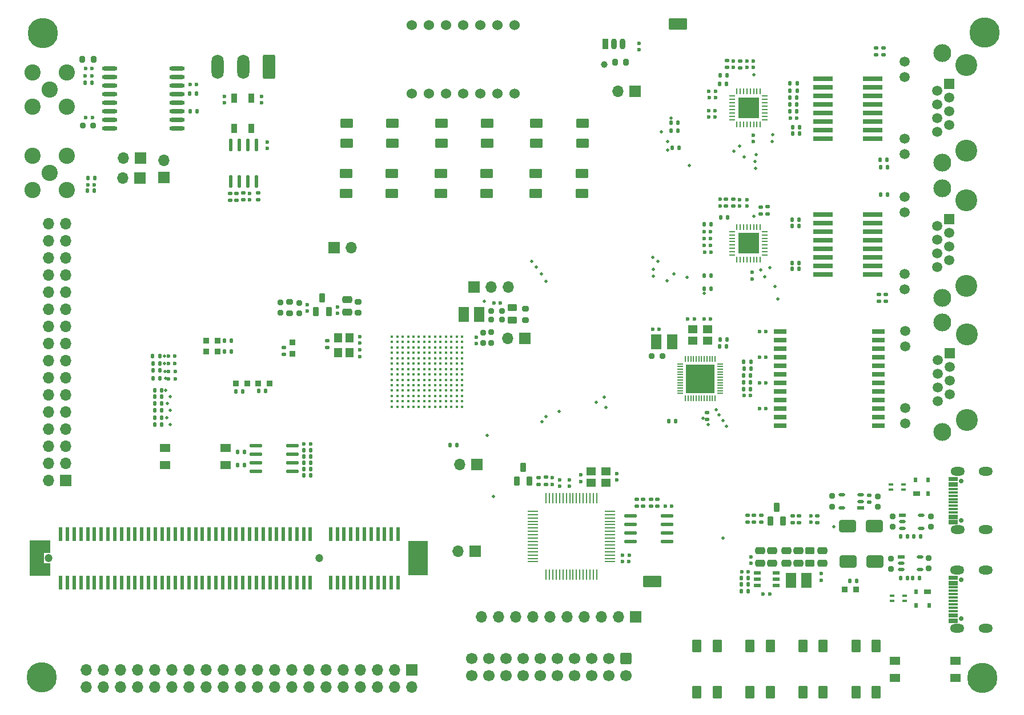
<source format=gbr>
G04 #@! TF.GenerationSoftware,KiCad,Pcbnew,7.0.9*
G04 #@! TF.CreationDate,2025-03-13T10:23:02+08:00*
G04 #@! TF.ProjectId,HPM5E00EVKRevC,48504d35-4530-4304-9556-4b526576432e,rev?*
G04 #@! TF.SameCoordinates,Original*
G04 #@! TF.FileFunction,Soldermask,Top*
G04 #@! TF.FilePolarity,Negative*
%FSLAX46Y46*%
G04 Gerber Fmt 4.6, Leading zero omitted, Abs format (unit mm)*
G04 Created by KiCad (PCBNEW 7.0.9) date 2025-03-13 10:23:02*
%MOMM*%
%LPD*%
G01*
G04 APERTURE LIST*
G04 Aperture macros list*
%AMRoundRect*
0 Rectangle with rounded corners*
0 $1 Rounding radius*
0 $2 $3 $4 $5 $6 $7 $8 $9 X,Y pos of 4 corners*
0 Add a 4 corners polygon primitive as box body*
4,1,4,$2,$3,$4,$5,$6,$7,$8,$9,$2,$3,0*
0 Add four circle primitives for the rounded corners*
1,1,$1+$1,$2,$3*
1,1,$1+$1,$4,$5*
1,1,$1+$1,$6,$7*
1,1,$1+$1,$8,$9*
0 Add four rect primitives between the rounded corners*
20,1,$1+$1,$2,$3,$4,$5,0*
20,1,$1+$1,$4,$5,$6,$7,0*
20,1,$1+$1,$6,$7,$8,$9,0*
20,1,$1+$1,$8,$9,$2,$3,0*%
%AMFreePoly0*
4,1,21,1.542426,2.642426,1.560000,2.600000,1.560000,-2.600000,1.542426,-2.642426,1.500000,-2.660000,-1.500000,-2.660000,-1.542426,-2.642426,-1.560000,-2.600000,-1.560000,-0.800000,-1.542426,-0.757574,-1.500000,-0.740000,-0.560000,-0.740000,-0.560000,0.740000,-1.500000,0.740000,-1.542426,0.757574,-1.560000,0.800000,-1.560000,2.600000,-1.542426,2.642426,-1.500000,2.660000,1.500000,2.660000,
1.542426,2.642426,1.542426,2.642426,$1*%
G04 Aperture macros list end*
%ADD10C,0.500000*%
%ADD11C,0.600000*%
%ADD12RoundRect,0.135000X-0.185000X0.135000X-0.185000X-0.135000X0.185000X-0.135000X0.185000X0.135000X0*%
%ADD13RoundRect,0.135000X-0.135000X-0.185000X0.135000X-0.185000X0.135000X0.185000X-0.135000X0.185000X0*%
%ADD14R,0.750000X0.400000*%
%ADD15RoundRect,0.200000X0.275000X-0.200000X0.275000X0.200000X-0.275000X0.200000X-0.275000X-0.200000X0*%
%ADD16R,2.921000X0.762000*%
%ADD17C,1.200000*%
%ADD18R,3.000000X5.200000*%
%ADD19FreePoly0,180.000000*%
%ADD20R,0.550000X2.000000*%
%ADD21R,1.700000X1.700000*%
%ADD22O,1.700000X1.700000*%
%ADD23R,1.400000X1.200000*%
%ADD24RoundRect,0.250000X0.475000X-0.250000X0.475000X0.250000X-0.475000X0.250000X-0.475000X-0.250000X0*%
%ADD25RoundRect,0.050800X0.750550X-0.549900X0.750550X0.549900X-0.750550X0.549900X-0.750550X-0.549900X0*%
%ADD26R,1.016000X0.508000*%
%ADD27O,1.016000X0.508000*%
%ADD28C,2.401600*%
%ADD29RoundRect,0.135000X0.185000X-0.135000X0.185000X0.135000X-0.185000X0.135000X-0.185000X-0.135000X0*%
%ADD30RoundRect,0.135000X0.135000X0.185000X-0.135000X0.185000X-0.135000X-0.185000X0.135000X-0.185000X0*%
%ADD31RoundRect,0.050800X-0.599450X0.849650X-0.599450X-0.849650X0.599450X-0.849650X0.599450X0.849650X0*%
%ADD32RoundRect,0.050800X-0.750550X0.549900X-0.750550X-0.549900X0.750550X-0.549900X0.750550X0.549900X0*%
%ADD33C,4.500000*%
%ADD34C,0.950000*%
%ADD35C,0.700000*%
%ADD36O,2.101600X1.301600*%
%ADD37RoundRect,0.050000X0.650000X-0.150000X0.650000X0.150000X-0.650000X0.150000X-0.650000X-0.150000X0*%
%ADD38C,3.250000*%
%ADD39C,2.642000*%
%ADD40R,1.499000X1.499000*%
%ADD41C,1.499000*%
%ADD42C,1.000000*%
%ADD43RoundRect,0.050800X-0.400050X0.400050X-0.400050X-0.400050X0.400050X-0.400050X0.400050X0.400050X0*%
%ADD44RoundRect,0.250000X-1.000000X-0.650000X1.000000X-0.650000X1.000000X0.650000X-1.000000X0.650000X0*%
%ADD45R,1.000000X0.550000*%
%ADD46R,0.250000X1.500000*%
%ADD47R,1.500000X0.250000*%
%ADD48RoundRect,0.050000X-0.375000X-0.050000X0.375000X-0.050000X0.375000X0.050000X-0.375000X0.050000X0*%
%ADD49RoundRect,0.050000X-0.050000X-0.375000X0.050000X-0.375000X0.050000X0.375000X-0.050000X0.375000X0*%
%ADD50R,4.191000X4.191000*%
%ADD51RoundRect,0.250000X-0.475000X0.250000X-0.475000X-0.250000X0.475000X-0.250000X0.475000X0.250000X0*%
%ADD52RoundRect,0.050800X-0.849650X-0.599450X0.849650X-0.599450X0.849650X0.599450X-0.849650X0.599450X0*%
%ADD53RoundRect,0.250000X-0.450000X0.262500X-0.450000X-0.262500X0.450000X-0.262500X0.450000X0.262500X0*%
%ADD54C,0.400000*%
%ADD55R,1.635000X2.160000*%
%ADD56O,1.950000X0.568000*%
%ADD57C,1.524000*%
%ADD58RoundRect,0.050800X0.400050X-0.400050X0.400050X0.400050X-0.400050X0.400050X-0.400050X-0.400050X0*%
%ADD59O,0.568000X1.950000*%
%ADD60RoundRect,0.200000X-0.200000X-0.275000X0.200000X-0.275000X0.200000X0.275000X-0.200000X0.275000X0*%
%ADD61RoundRect,0.250000X-0.600000X0.600000X-0.600000X-0.600000X0.600000X-0.600000X0.600000X0.600000X0*%
%ADD62C,1.700000*%
%ADD63R,1.200000X1.400000*%
%ADD64R,1.905000X0.759968*%
%ADD65RoundRect,0.062500X-0.375000X-0.062500X0.375000X-0.062500X0.375000X0.062500X-0.375000X0.062500X0*%
%ADD66RoundRect,0.062500X-0.062500X-0.375000X0.062500X-0.375000X0.062500X0.375000X-0.062500X0.375000X0*%
%ADD67R,3.100000X3.100000*%
%ADD68RoundRect,0.050800X-0.350000X0.625000X-0.350000X-0.625000X0.350000X-0.625000X0.350000X0.625000X0*%
%ADD69RoundRect,0.050800X0.400050X0.400050X-0.400050X0.400050X-0.400050X-0.400050X0.400050X-0.400050X0*%
%ADD70RoundRect,0.050800X-1.300500X-0.800100X1.300500X-0.800100X1.300500X0.800100X-1.300500X0.800100X0*%
%ADD71R,1.000000X0.700000*%
%ADD72R,0.600000X0.700000*%
%ADD73R,0.900000X1.400000*%
%ADD74O,2.300000X0.600000*%
%ADD75RoundRect,0.250000X0.650000X1.550000X-0.650000X1.550000X-0.650000X-1.550000X0.650000X-1.550000X0*%
%ADD76O,1.800000X3.600000*%
%ADD77R,0.900000X1.600000*%
%ADD78O,0.900000X1.600000*%
G04 APERTURE END LIST*
D10*
X173530000Y-73490000D03*
X179040000Y-112190000D03*
D11*
X176740000Y-85330000D03*
X175780000Y-85330000D03*
D12*
X183100000Y-125420000D03*
X183100000Y-126440000D03*
D10*
X184770000Y-90020000D03*
D13*
X181610000Y-106690000D03*
X182630000Y-106690000D03*
X84410000Y-75350000D03*
X85430000Y-75350000D03*
D11*
X96350000Y-101823334D03*
X97310000Y-101823334D03*
D14*
X205460000Y-138120000D03*
X203610000Y-138120000D03*
X203610000Y-137320000D03*
X205460000Y-137320000D03*
D15*
X124450000Y-95380000D03*
X124450000Y-93730000D03*
D11*
X182090000Y-79540000D03*
X182090000Y-78580000D03*
D10*
X180140000Y-71420000D03*
D16*
X193418600Y-80755380D03*
X193418600Y-82025380D03*
X193418600Y-83295380D03*
X193418600Y-84565380D03*
X193418600Y-85835380D03*
X193418600Y-87105380D03*
X193418600Y-88375380D03*
X193418600Y-89645380D03*
X200733800Y-89645380D03*
X200733800Y-88375380D03*
X200733800Y-87105380D03*
X200733800Y-85835380D03*
X200733800Y-84565380D03*
X200733800Y-83295380D03*
X200733800Y-82025380D03*
X200733800Y-80755380D03*
D17*
X118733000Y-131792600D03*
X78583000Y-131792600D03*
D18*
X133383000Y-131792600D03*
D19*
X77283000Y-131792600D03*
D20*
X130383000Y-135392600D03*
X129383000Y-135392600D03*
X128383000Y-135392600D03*
X127383000Y-135392600D03*
X126383000Y-135392600D03*
X125383000Y-135392600D03*
X124383000Y-135392600D03*
X123383000Y-135392600D03*
X122383000Y-135392600D03*
X121383000Y-135392600D03*
X120383000Y-135392600D03*
X117383000Y-135392600D03*
X116383000Y-135392600D03*
X115383000Y-135392600D03*
X114383000Y-135392600D03*
X113383000Y-135392600D03*
X112383000Y-135392600D03*
X111383000Y-135392600D03*
X110383000Y-135392600D03*
X109383000Y-135392600D03*
X108383000Y-135392600D03*
X107383000Y-135392600D03*
X106383000Y-135392600D03*
X105383000Y-135392600D03*
X104383000Y-135392600D03*
X103383000Y-135392600D03*
X102383000Y-135392600D03*
X101383000Y-135392600D03*
X100383000Y-135392600D03*
X99383000Y-135392600D03*
X98383000Y-135392600D03*
X97383000Y-135392600D03*
X96383000Y-135392600D03*
X95383000Y-135392600D03*
X94383000Y-135392600D03*
X93383000Y-135392600D03*
X92383000Y-135392600D03*
X91383000Y-135392600D03*
X90383000Y-135392600D03*
X89383000Y-135392600D03*
X88383000Y-135392600D03*
X87383000Y-135392600D03*
X86383000Y-135392600D03*
X85383000Y-135392600D03*
X84383000Y-135392600D03*
X83383000Y-135392600D03*
X82383000Y-135392600D03*
X81383000Y-135392600D03*
X80383000Y-135392600D03*
X130383000Y-128192600D03*
X129383000Y-128192600D03*
X128383000Y-128192600D03*
X127383000Y-128192600D03*
X126383000Y-128192600D03*
X125383000Y-128192600D03*
X124383000Y-128192600D03*
X123383000Y-128192600D03*
X122383000Y-128192600D03*
X121383000Y-128192600D03*
X120383000Y-128192600D03*
X117383000Y-128192600D03*
X116383000Y-128192600D03*
X115383000Y-128192600D03*
X114383000Y-128192600D03*
X113383000Y-128192600D03*
X112383000Y-128192600D03*
X111383000Y-128192600D03*
X110383000Y-128192600D03*
X109383000Y-128192600D03*
X108383000Y-128192600D03*
X107383000Y-128192600D03*
X106383000Y-128192600D03*
X105383000Y-128192600D03*
X104383000Y-128192600D03*
X103383000Y-128192600D03*
X102383000Y-128192600D03*
X101383000Y-128192600D03*
X100383000Y-128192600D03*
X99383000Y-128192600D03*
X98383000Y-128192600D03*
X97383000Y-128192600D03*
X96383000Y-128192600D03*
X95383000Y-128192600D03*
X94383000Y-128192600D03*
X93383000Y-128192600D03*
X92383000Y-128192600D03*
X91383000Y-128192600D03*
X90383000Y-128192600D03*
X89383000Y-128192600D03*
X88383000Y-128192600D03*
X87383000Y-128192600D03*
X86383000Y-128192600D03*
X85383000Y-128192600D03*
X84383000Y-128192600D03*
X83383000Y-128192600D03*
X82383000Y-128192600D03*
X81383000Y-128192600D03*
X80383000Y-128192600D03*
D13*
X116430000Y-119490000D03*
X117450000Y-119490000D03*
D21*
X149150000Y-99190000D03*
D22*
X146610000Y-99190000D03*
D11*
X144580000Y-93960000D03*
X145540000Y-93960000D03*
X182094200Y-58984800D03*
X182094200Y-58024800D03*
X155800000Y-121130000D03*
X155800000Y-120170000D03*
X174304728Y-96271600D03*
X173344728Y-96271600D03*
D23*
X174063167Y-99480923D03*
X176263167Y-99480923D03*
X176263167Y-97780923D03*
X174063167Y-97780923D03*
D11*
X178104000Y-79500000D03*
X178104000Y-78540000D03*
D13*
X178090000Y-100380000D03*
X179110000Y-100380000D03*
D24*
X185812000Y-132540000D03*
X185812000Y-130640000D03*
D13*
X188510000Y-61310000D03*
X189530000Y-61310000D03*
D10*
X185810000Y-69990000D03*
D25*
X213007100Y-149540400D03*
X213007100Y-147000400D03*
X204005300Y-147000400D03*
X204005300Y-149540400D03*
D11*
X182860000Y-89360000D03*
X182860000Y-90320000D03*
D26*
X198928900Y-124300010D03*
D27*
X198928900Y-123350000D03*
X198928900Y-122400014D03*
X196134900Y-122400014D03*
X196134900Y-124300010D03*
D11*
X121400000Y-95455000D03*
X121400000Y-94495000D03*
D13*
X84020000Y-61270000D03*
X85040000Y-61270000D03*
D28*
X76190000Y-77150000D03*
X76190000Y-72070000D03*
X81270000Y-72070000D03*
X81270000Y-77150000D03*
X78730000Y-74610000D03*
D13*
X181640000Y-104690000D03*
X182660000Y-104690000D03*
D10*
X183114000Y-81040000D03*
D29*
X105496668Y-78656666D03*
X105496668Y-77636666D03*
D30*
X205950000Y-128505000D03*
X204930000Y-128505000D03*
D31*
X174701100Y-144818500D03*
X174701100Y-151620700D03*
X177703300Y-151620700D03*
X177703300Y-144818500D03*
D30*
X182670000Y-102670000D03*
X181650000Y-102670000D03*
D10*
X180990000Y-70600000D03*
D30*
X189494000Y-65476666D03*
X188474000Y-65476666D03*
D29*
X152300000Y-120800000D03*
X152300000Y-119780000D03*
D12*
X168833250Y-123010000D03*
X168833250Y-124030000D03*
D13*
X175730000Y-89880000D03*
X176750000Y-89880000D03*
D11*
X154350000Y-121120000D03*
X154350000Y-120160000D03*
X177380000Y-65360000D03*
X176420000Y-65360000D03*
D10*
X169420000Y-68500000D03*
D11*
X116440000Y-114790000D03*
X117400000Y-114790000D03*
X177394000Y-66290000D03*
X176434000Y-66290000D03*
D29*
X151180000Y-120840000D03*
X151180000Y-119820000D03*
D32*
X95834100Y-115395000D03*
X95834100Y-117935000D03*
X104835900Y-117935000D03*
X104835900Y-115395000D03*
D10*
X184110000Y-89030000D03*
X177990000Y-110480000D03*
D11*
X176780000Y-86370000D03*
X175820000Y-86370000D03*
X176720000Y-83310000D03*
X175760000Y-83310000D03*
X163690000Y-131330000D03*
X164650000Y-131330000D03*
D12*
X166680000Y-123010000D03*
X166680000Y-124030000D03*
D33*
X217038200Y-149567000D03*
D29*
X182170000Y-126440000D03*
X182170000Y-125420000D03*
D26*
X205135200Y-125428400D03*
D27*
X205135200Y-126378410D03*
X205135200Y-127328396D03*
X207929200Y-127328396D03*
X207929200Y-125428400D03*
D13*
X116430000Y-115730000D03*
X117450000Y-115730000D03*
D24*
X188002000Y-132540000D03*
X188002000Y-130640000D03*
D10*
X151710000Y-111500000D03*
D31*
X198248024Y-144818500D03*
X198248024Y-151620700D03*
X201250224Y-151620700D03*
X201250224Y-144818500D03*
D10*
X96150000Y-108840000D03*
D13*
X94030000Y-102880000D03*
X95050000Y-102880000D03*
D10*
X186660000Y-93310000D03*
D29*
X189800000Y-126490000D03*
X189800000Y-125470000D03*
D34*
X209340000Y-125580000D03*
X209340000Y-127130000D03*
D10*
X176380000Y-111970000D03*
D35*
X213854550Y-126140700D03*
X213854550Y-120360700D03*
D36*
X213324550Y-127571000D03*
X213324650Y-118930800D03*
X217504550Y-127570900D03*
X217504650Y-118930700D03*
D37*
X212674450Y-126600700D03*
X212674450Y-125800600D03*
X212674450Y-124500600D03*
X212674450Y-123500600D03*
X212674450Y-123000800D03*
X212674450Y-122001000D03*
X212674650Y-120700500D03*
X212674450Y-119900700D03*
X212674450Y-120200700D03*
X212674650Y-121000800D03*
X212674450Y-121500600D03*
X212674450Y-122500600D03*
X212674450Y-124000800D03*
X212674450Y-125000800D03*
X212674450Y-125500600D03*
X212674450Y-126300700D03*
D33*
X77744600Y-53859800D03*
D10*
X159750000Y-108640000D03*
X168200000Y-88960000D03*
D34*
X203482299Y-131824699D03*
X203482299Y-133374699D03*
D38*
X214653000Y-91405600D03*
X214653000Y-78705600D03*
D39*
X211093000Y-93185600D03*
X211093000Y-76925600D03*
D40*
X212113000Y-81499600D03*
D41*
X210333000Y-82515600D03*
X212113000Y-83531600D03*
X210333000Y-84547600D03*
X212113000Y-85563600D03*
X210333000Y-86579600D03*
X212113000Y-87595600D03*
X210333000Y-88611600D03*
X205515000Y-89624600D03*
X205515000Y-91916600D03*
X205515000Y-78194600D03*
X205515000Y-80486600D03*
D42*
X160970000Y-58560000D03*
D43*
X101969100Y-101107775D03*
X103670900Y-101107775D03*
D11*
X181680000Y-107660000D03*
X182640000Y-107660000D03*
D10*
X186250000Y-91430000D03*
D44*
X197080000Y-132310000D03*
X201080000Y-132310000D03*
D11*
X184908628Y-101954000D03*
X183948628Y-101954000D03*
D29*
X192530000Y-126480000D03*
X192530000Y-125460000D03*
D30*
X95040000Y-101810000D03*
X94020000Y-101810000D03*
D10*
X160920000Y-107920000D03*
D31*
X190399048Y-144818500D03*
X190399048Y-151620700D03*
X193401248Y-151620700D03*
X193401248Y-144818500D03*
D45*
X186472000Y-135826000D03*
X186472000Y-134876000D03*
X186472000Y-133926000D03*
X183672000Y-133926000D03*
X183672000Y-134876000D03*
X183672000Y-135826000D03*
D33*
X77592200Y-149440000D03*
D46*
X159830500Y-122856700D03*
X159330501Y-122856700D03*
X158830500Y-122856700D03*
X158330501Y-122856700D03*
X157830499Y-122856700D03*
X157330500Y-122856700D03*
X156830501Y-122856700D03*
X156330500Y-122856700D03*
X155830501Y-122856700D03*
X155330499Y-122856700D03*
X154830500Y-122856700D03*
X154330501Y-122856700D03*
X153830499Y-122856700D03*
X153330500Y-122856700D03*
X152830499Y-122856700D03*
X152330500Y-122856700D03*
D47*
X150380501Y-124806698D03*
X150380501Y-125306697D03*
X150380501Y-125806699D03*
X150380501Y-126306698D03*
X150380501Y-126806700D03*
X150380501Y-127306699D03*
X150380501Y-127806698D03*
X150380501Y-128306699D03*
X150380501Y-128806698D03*
X150380501Y-129306700D03*
X150380501Y-129806699D03*
X150380501Y-130306698D03*
X150380501Y-130806699D03*
X150380501Y-131306698D03*
X150380501Y-131806700D03*
X150380501Y-132306699D03*
D46*
X152330500Y-134256697D03*
X152830499Y-134256697D03*
X153330500Y-134256697D03*
X153830499Y-134256697D03*
X154330501Y-134256697D03*
X154830500Y-134256697D03*
X155330499Y-134256697D03*
X155830501Y-134256697D03*
X156330500Y-134256697D03*
X156830501Y-134256697D03*
X157330500Y-134256697D03*
X157830499Y-134256697D03*
X158330501Y-134256697D03*
X158830500Y-134256697D03*
X159330501Y-134256697D03*
X159830500Y-134256697D03*
D47*
X161780499Y-132306699D03*
X161780499Y-131806700D03*
X161780499Y-131306698D03*
X161780499Y-130806699D03*
X161780499Y-130306698D03*
X161780499Y-129806699D03*
X161780499Y-129306700D03*
X161780499Y-128806698D03*
X161780499Y-128306699D03*
X161780499Y-127806698D03*
X161780499Y-127306699D03*
X161780499Y-126806700D03*
X161780499Y-126306698D03*
X161780499Y-125806699D03*
X161780499Y-125306697D03*
X161780499Y-124806698D03*
D10*
X95910000Y-105130000D03*
X143170000Y-93690000D03*
X177510000Y-109760000D03*
D24*
X184042000Y-132540000D03*
X184042000Y-130640000D03*
D13*
X178190000Y-81190000D03*
X179210000Y-81190000D03*
X99460000Y-62885000D03*
X100480000Y-62885000D03*
D10*
X95800000Y-102900000D03*
D48*
X172228528Y-102936423D03*
X172228528Y-103336423D03*
X172228528Y-103736423D03*
X172228528Y-104136423D03*
X172228528Y-104536423D03*
X172228528Y-104936423D03*
X172228528Y-105336423D03*
X172228528Y-105736423D03*
X172228528Y-106136423D03*
X172228528Y-106536423D03*
X172228528Y-106936423D03*
X172228528Y-107336423D03*
D49*
X172978528Y-108086423D03*
X173378528Y-108086423D03*
X173778528Y-108086423D03*
X174178528Y-108086423D03*
X174578528Y-108086423D03*
X174978528Y-108086423D03*
X175378528Y-108086423D03*
X175778528Y-108086423D03*
X176178528Y-108086423D03*
X176578528Y-108086423D03*
X176978528Y-108086423D03*
X177378528Y-108086423D03*
D48*
X178128528Y-107336423D03*
X178128528Y-106936423D03*
X178128528Y-106536423D03*
X178128528Y-106136423D03*
X178128528Y-105736423D03*
X178128528Y-105336423D03*
X178128528Y-104936423D03*
X178128528Y-104536423D03*
X178128528Y-104136423D03*
X178128528Y-103736423D03*
X178128528Y-103336423D03*
X178128528Y-102936423D03*
D49*
X177378528Y-102186423D03*
X176978528Y-102186423D03*
X176578528Y-102186423D03*
X176178528Y-102186423D03*
X175778528Y-102186423D03*
X175378528Y-102186423D03*
X174978528Y-102186423D03*
X174578528Y-102186423D03*
X174178528Y-102186423D03*
X173778528Y-102186423D03*
X173378528Y-102186423D03*
X172978528Y-102186423D03*
D50*
X175178528Y-105136423D03*
D51*
X193252000Y-130640000D03*
X193252000Y-132540000D03*
D13*
X178124000Y-60110000D03*
X179144000Y-60110000D03*
D10*
X183164000Y-60090000D03*
D12*
X181070000Y-57980000D03*
X181070000Y-59000000D03*
D11*
X108380000Y-78600000D03*
X108380000Y-77640000D03*
X157470000Y-120400000D03*
X157470000Y-119440000D03*
D10*
X183460000Y-71930000D03*
D13*
X171024000Y-70910000D03*
X172044000Y-70910000D03*
X188794580Y-88829420D03*
X189814580Y-88829420D03*
D30*
X205882299Y-134689699D03*
X204862299Y-134689699D03*
D52*
X136833350Y-70251100D03*
X143635550Y-70251100D03*
X143635550Y-67248900D03*
X136833350Y-67248900D03*
D21*
X92140000Y-75340000D03*
D22*
X89600000Y-75340000D03*
D53*
X191472000Y-130697500D03*
X191472000Y-132522500D03*
D13*
X94290000Y-110918800D03*
X95310000Y-110918800D03*
D54*
X139870000Y-109310000D03*
X139070000Y-109310000D03*
X138270000Y-109310000D03*
X137470000Y-109310000D03*
X136670000Y-109310000D03*
X135870000Y-109310000D03*
X135070000Y-109310000D03*
X134270000Y-109310000D03*
X133470000Y-109310000D03*
X132670000Y-109310000D03*
X131870000Y-109310000D03*
X131070000Y-109310000D03*
X130270000Y-109310000D03*
X129470000Y-109310000D03*
X139870000Y-108510000D03*
X139070000Y-108510000D03*
X138270000Y-108510000D03*
X137470000Y-108510000D03*
X136670000Y-108510000D03*
X135870000Y-108510000D03*
X135070000Y-108510000D03*
X134270000Y-108510000D03*
X133470000Y-108510000D03*
X132670000Y-108510000D03*
X131870000Y-108510000D03*
X131070000Y-108510000D03*
X130270000Y-108510000D03*
X129470000Y-108510000D03*
X139870000Y-107710000D03*
X139070000Y-107710000D03*
X138270000Y-107710000D03*
X137470000Y-107710000D03*
X136670000Y-107710000D03*
X135870000Y-107710000D03*
X135070000Y-107710000D03*
X134270000Y-107710000D03*
X133470000Y-107710000D03*
X132670000Y-107710000D03*
X131870000Y-107710000D03*
X131070000Y-107710000D03*
X130270000Y-107710000D03*
X129470000Y-107710000D03*
X139870000Y-106910000D03*
X139070000Y-106910000D03*
X138270000Y-106910000D03*
X137470000Y-106910000D03*
X136670000Y-106910000D03*
X135870000Y-106910000D03*
X135070000Y-106910000D03*
X134270000Y-106910000D03*
X133470000Y-106910000D03*
X132670000Y-106910000D03*
X131870000Y-106910000D03*
X131070000Y-106910000D03*
X130270000Y-106910000D03*
X129470000Y-106910000D03*
X139870000Y-106110000D03*
X139070000Y-106110000D03*
X138270000Y-106110000D03*
X137470000Y-106110000D03*
X136670000Y-106110000D03*
X135870000Y-106110000D03*
X135070000Y-106110000D03*
X134270000Y-106110000D03*
X133470000Y-106110000D03*
X132670000Y-106110000D03*
X131870000Y-106110000D03*
X131070000Y-106110000D03*
X130270000Y-106110000D03*
X129470000Y-106110000D03*
X139870000Y-105310000D03*
X139070000Y-105310000D03*
X138270000Y-105310000D03*
X137470000Y-105310000D03*
X136670000Y-105310000D03*
X135870000Y-105310000D03*
X135070000Y-105310000D03*
X134270000Y-105310000D03*
X133470000Y-105310000D03*
X132670000Y-105310000D03*
X131870000Y-105310000D03*
X131070000Y-105310000D03*
X130270000Y-105310000D03*
X129470000Y-105310000D03*
X139870000Y-104510000D03*
X139070000Y-104510000D03*
X138270000Y-104510000D03*
X137470000Y-104510000D03*
X136670000Y-104510000D03*
X135870000Y-104510000D03*
X135070000Y-104510000D03*
X134270000Y-104510000D03*
X133470000Y-104510000D03*
X132670000Y-104510000D03*
X131870000Y-104510000D03*
X131070000Y-104510000D03*
X130270000Y-104510000D03*
X129470000Y-104510000D03*
X139870000Y-103710000D03*
X139070000Y-103710000D03*
X138270000Y-103710000D03*
X137470000Y-103710000D03*
X136670000Y-103710000D03*
X135870000Y-103710000D03*
X135070000Y-103710000D03*
X134270000Y-103710000D03*
X133470000Y-103710000D03*
X132670000Y-103710000D03*
X131870000Y-103710000D03*
X131070000Y-103710000D03*
X130270000Y-103710000D03*
X129470000Y-103710000D03*
X139870000Y-102910000D03*
X139070000Y-102910000D03*
X138270000Y-102910000D03*
X137470000Y-102910000D03*
X136670000Y-102910000D03*
X135870000Y-102910000D03*
X135070000Y-102910000D03*
X134270000Y-102910000D03*
X133470000Y-102910000D03*
X132670000Y-102910000D03*
X131870000Y-102910000D03*
X131070000Y-102910000D03*
X130270000Y-102910000D03*
X129470000Y-102910000D03*
X139870000Y-102110000D03*
X139070000Y-102110000D03*
X138270000Y-102110000D03*
X137470000Y-102110000D03*
X136670000Y-102110000D03*
X135870000Y-102110000D03*
X135070000Y-102110000D03*
X134270000Y-102110000D03*
X133470000Y-102110000D03*
X132670000Y-102110000D03*
X131870000Y-102110000D03*
X131070000Y-102110000D03*
X130270000Y-102110000D03*
X129470000Y-102110000D03*
X139870000Y-101310000D03*
X139070000Y-101310000D03*
X138270000Y-101310000D03*
X137470000Y-101310000D03*
X136670000Y-101310000D03*
X135870000Y-101310000D03*
X135070000Y-101310000D03*
X134270000Y-101310000D03*
X133470000Y-101310000D03*
X132670000Y-101310000D03*
X131870000Y-101310000D03*
X131070000Y-101310000D03*
X130270000Y-101310000D03*
X129470000Y-101310000D03*
X139870000Y-100510000D03*
X139070000Y-100510000D03*
X138270000Y-100510000D03*
X137470000Y-100510000D03*
X136670000Y-100510000D03*
X135870000Y-100510000D03*
X135070000Y-100510000D03*
X134270000Y-100510000D03*
X133470000Y-100510000D03*
X132670000Y-100510000D03*
X131870000Y-100510000D03*
X131070000Y-100510000D03*
X130270000Y-100510000D03*
X129470000Y-100510000D03*
X139870000Y-99710000D03*
X139070000Y-99710000D03*
X138270000Y-99710000D03*
X137470000Y-99710000D03*
X136670000Y-99710000D03*
X135870000Y-99710000D03*
X135070000Y-99710000D03*
X134270000Y-99710000D03*
X133470000Y-99710000D03*
X132670000Y-99710000D03*
X131870000Y-99710000D03*
X131070000Y-99710000D03*
X130270000Y-99710000D03*
X129470000Y-99710000D03*
X139870000Y-98910000D03*
X139070000Y-98910000D03*
X138270000Y-98910000D03*
X137470000Y-98910000D03*
X136670000Y-98910000D03*
X135870000Y-98910000D03*
X135070000Y-98910000D03*
X134270000Y-98910000D03*
X133470000Y-98910000D03*
X132670000Y-98910000D03*
X131870000Y-98910000D03*
X131070000Y-98910000D03*
X130270000Y-98910000D03*
X129470000Y-98910000D03*
D34*
X144215000Y-96350000D03*
X145765000Y-96350000D03*
D11*
X104620000Y-63275000D03*
X104620000Y-64235000D03*
D55*
X171008000Y-99640000D03*
X168672000Y-99640000D03*
D13*
X94298000Y-108820000D03*
X95318000Y-108820000D03*
D52*
X150907800Y-70251100D03*
X157710000Y-70251100D03*
X157710000Y-67248900D03*
X150907800Y-67248900D03*
D11*
X180110000Y-58950000D03*
X180110000Y-57990000D03*
D10*
X175810000Y-92500000D03*
X183350000Y-73920000D03*
D11*
X85075000Y-66420000D03*
X84115000Y-66420000D03*
D29*
X113430000Y-101520000D03*
X113430000Y-100500000D03*
D30*
X85350000Y-77280000D03*
X84330000Y-77280000D03*
D29*
X179130000Y-58980000D03*
X179130000Y-57960000D03*
D13*
X188794000Y-81560000D03*
X189814000Y-81560000D03*
D29*
X109630000Y-78630000D03*
X109630000Y-77610000D03*
D34*
X144200000Y-99825000D03*
X144200000Y-98275000D03*
D12*
X165743250Y-123020000D03*
X165743250Y-124040000D03*
D30*
X202890000Y-72700000D03*
X201870000Y-72700000D03*
D10*
X168180000Y-87110000D03*
D15*
X114270000Y-95440000D03*
X114270000Y-93790000D03*
D34*
X143000000Y-99855000D03*
X143000000Y-98305000D03*
D56*
X109290000Y-115070000D03*
X109290000Y-116340000D03*
X109290000Y-117610000D03*
X109290000Y-118880000D03*
X114700000Y-118880000D03*
X114700000Y-117610000D03*
X114700000Y-116340000D03*
X114700000Y-115070000D03*
D12*
X201650000Y-92630000D03*
X201650000Y-93650000D03*
D11*
X110960000Y-70960000D03*
X110960000Y-70000000D03*
D21*
X92165000Y-72440000D03*
D22*
X89625000Y-72440000D03*
D57*
X132450000Y-62840000D03*
X134990000Y-62840000D03*
X137530000Y-62840000D03*
X140070000Y-62840000D03*
X142610000Y-62840000D03*
X145150000Y-62840000D03*
X147690000Y-62840000D03*
X147690000Y-52680000D03*
X145150000Y-52680000D03*
X142610000Y-52680000D03*
X140070000Y-52680000D03*
X137530000Y-52680000D03*
X134990000Y-52680000D03*
X132450000Y-52680000D03*
D58*
X108054525Y-105840000D03*
X106352725Y-105840000D03*
D13*
X94298000Y-109833200D03*
X95318000Y-109833200D03*
D12*
X202660000Y-92620000D03*
X202660000Y-93640000D03*
D34*
X144205000Y-95110000D03*
X145755000Y-95110000D03*
D11*
X96370000Y-104040000D03*
X97330000Y-104040000D03*
D10*
X185520000Y-88630000D03*
X181700000Y-72230000D03*
D11*
X181340000Y-133810000D03*
X182300000Y-133810000D03*
D10*
X173260000Y-90070000D03*
D11*
X175730000Y-84320000D03*
X176690000Y-84320000D03*
D16*
X193418600Y-60671600D03*
X193418600Y-61941600D03*
X193418600Y-63211600D03*
X193418600Y-64481600D03*
X193418600Y-65751600D03*
X193418600Y-67021600D03*
X193418600Y-68291600D03*
X193418600Y-69561600D03*
X200733800Y-69561600D03*
X200733800Y-68291600D03*
X200733800Y-67021600D03*
X200733800Y-65751600D03*
X200733800Y-64481600D03*
X200733800Y-63211600D03*
X200733800Y-61941600D03*
X200733800Y-60671600D03*
D12*
X180120000Y-78520000D03*
X180120000Y-79540000D03*
D10*
X183330000Y-72910000D03*
D13*
X94306000Y-107835600D03*
X95326000Y-107835600D03*
D34*
X209002299Y-131749699D03*
X209002299Y-133299699D03*
D59*
X105600000Y-75870000D03*
X106870000Y-75870000D03*
X108140000Y-75870000D03*
X109410000Y-75870000D03*
X109410000Y-70460000D03*
X108140000Y-70460000D03*
X106870000Y-70460000D03*
X105600000Y-70460000D03*
D13*
X206800000Y-128505000D03*
X207820000Y-128505000D03*
X188493998Y-63480000D03*
X189513998Y-63480000D03*
D12*
X201270000Y-56050000D03*
X201270000Y-57070000D03*
D13*
X188487332Y-64483333D03*
X189507332Y-64483333D03*
D11*
X184908628Y-98144000D03*
X183948628Y-98144000D03*
D34*
X169570000Y-101770000D03*
X168020000Y-101770000D03*
D60*
X83600000Y-57770000D03*
X85250000Y-57770000D03*
D10*
X95950000Y-106840000D03*
D30*
X95340000Y-106860000D03*
X94320000Y-106860000D03*
D10*
X175590000Y-110990000D03*
X170830000Y-66500000D03*
D56*
X164888250Y-125481500D03*
X164888250Y-126751500D03*
X164888250Y-128021500D03*
X164888250Y-129291500D03*
X170298250Y-129291500D03*
X170298250Y-128021500D03*
X170298250Y-126751500D03*
X170298250Y-125481500D03*
D61*
X164190000Y-146690000D03*
D62*
X164190000Y-149230000D03*
X161650000Y-146690000D03*
X161650000Y-149230000D03*
X159110000Y-146690000D03*
X159110000Y-149230000D03*
X156570000Y-146690000D03*
X156570000Y-149230000D03*
X154030000Y-146690000D03*
X154030000Y-149230000D03*
X151490000Y-146690000D03*
X151490000Y-149230000D03*
X148950000Y-146690000D03*
X148950000Y-149230000D03*
X146410000Y-146690000D03*
X146410000Y-149230000D03*
X143870000Y-146690000D03*
X143870000Y-149230000D03*
X141330000Y-146690000D03*
X141330000Y-149230000D03*
D30*
X117450000Y-118550000D03*
X116430000Y-118550000D03*
D29*
X176230000Y-111220000D03*
X176230000Y-110200000D03*
X185130000Y-80670000D03*
X185130000Y-79650000D03*
D30*
X182320000Y-134740000D03*
X181300000Y-134740000D03*
D23*
X158970000Y-120570000D03*
X161170000Y-120570000D03*
X161170000Y-118870000D03*
X158970000Y-118870000D03*
D21*
X165575200Y-140454400D03*
D22*
X163035200Y-140454400D03*
X160495200Y-140454400D03*
X157955200Y-140454400D03*
X155415200Y-140454400D03*
X152875200Y-140454400D03*
X150335200Y-140454400D03*
X147795200Y-140454400D03*
X145255200Y-140454400D03*
X142715200Y-140454400D03*
D11*
X84970000Y-60230000D03*
X84010000Y-60230000D03*
D10*
X152290000Y-110780000D03*
D11*
X183010000Y-69010000D03*
X183010000Y-69970000D03*
D21*
X141660000Y-91570000D03*
D22*
X144200000Y-91570000D03*
X146740000Y-91570000D03*
D11*
X124752800Y-100896600D03*
X124752800Y-101856600D03*
D63*
X121502800Y-99076600D03*
X121502800Y-101276600D03*
X123202800Y-101276600D03*
X123202800Y-99076600D03*
D13*
X106569450Y-118005000D03*
X107589450Y-118005000D03*
D64*
X187014928Y-98144000D03*
X187014928Y-99414000D03*
X187014928Y-100684000D03*
X187014928Y-101954000D03*
X187014928Y-103224000D03*
X187014928Y-104494000D03*
X187014928Y-105764000D03*
X187014928Y-107034000D03*
X187014928Y-108304000D03*
X187014928Y-109574000D03*
X187014928Y-110844000D03*
X187014928Y-112114000D03*
X201619928Y-112114000D03*
X201619928Y-110844000D03*
X201619928Y-109574000D03*
X201619928Y-108304000D03*
X201619928Y-107034000D03*
X201619928Y-105764000D03*
X201619928Y-104494000D03*
X201619928Y-103224000D03*
X201619928Y-101954000D03*
X201619928Y-100684000D03*
X201619928Y-99414000D03*
X201619928Y-98144000D03*
D11*
X99530000Y-61510000D03*
X100490000Y-61510000D03*
D35*
X213834100Y-140758599D03*
X213834100Y-134978599D03*
D36*
X213304100Y-142188899D03*
X213304200Y-133548699D03*
X217484100Y-142188799D03*
X217484200Y-133548599D03*
D37*
X212654000Y-141218599D03*
X212654000Y-140418499D03*
X212654000Y-139118499D03*
X212654000Y-138118499D03*
X212654000Y-137618699D03*
X212654000Y-136618899D03*
X212654200Y-135318399D03*
X212654000Y-134518599D03*
X212654000Y-134818599D03*
X212654200Y-135618699D03*
X212654000Y-136118499D03*
X212654000Y-137118499D03*
X212654000Y-138618699D03*
X212654000Y-139618699D03*
X212654000Y-140118499D03*
X212654000Y-140918599D03*
D65*
X179906700Y-83309380D03*
X179906700Y-83809380D03*
X179906700Y-84309380D03*
X179906700Y-84809380D03*
X179906700Y-85309380D03*
X179906700Y-85809380D03*
X179906700Y-86309380D03*
X179906700Y-86809380D03*
D66*
X180594200Y-87496880D03*
X181094200Y-87496880D03*
X181594200Y-87496880D03*
X182094200Y-87496880D03*
X182594200Y-87496880D03*
X183094200Y-87496880D03*
X183594200Y-87496880D03*
X184094200Y-87496880D03*
D65*
X184781700Y-86809380D03*
X184781700Y-86309380D03*
X184781700Y-85809380D03*
X184781700Y-85309380D03*
X184781700Y-84809380D03*
X184781700Y-84309380D03*
X184781700Y-83809380D03*
X184781700Y-83309380D03*
D66*
X184094200Y-82621880D03*
X183594200Y-82621880D03*
X183094200Y-82621880D03*
X182594200Y-82621880D03*
X182094200Y-82621880D03*
X181594200Y-82621880D03*
X181094200Y-82621880D03*
X180594200Y-82621880D03*
D67*
X182344200Y-85059380D03*
D11*
X182742000Y-132540000D03*
X182742000Y-131580000D03*
D38*
X214675528Y-111235423D03*
X214675528Y-98535423D03*
D39*
X211115528Y-113015423D03*
X211115528Y-96755423D03*
D40*
X212135528Y-101329423D03*
D41*
X210355528Y-102345423D03*
X212135528Y-103361423D03*
X210355528Y-104377423D03*
X212135528Y-105393423D03*
X210355528Y-106409423D03*
X212135528Y-107425423D03*
X210355528Y-108441423D03*
X205537528Y-98024423D03*
X205537528Y-100316423D03*
X205537528Y-109454423D03*
X205537528Y-111746423D03*
D11*
X184908628Y-105764000D03*
X183948628Y-105764000D03*
D30*
X179120000Y-99340000D03*
X178100000Y-99340000D03*
D21*
X142030000Y-117890000D03*
D22*
X139490000Y-117890000D03*
D11*
X85370000Y-76350000D03*
X84410000Y-76350000D03*
X85010000Y-59085000D03*
X84050000Y-59085000D03*
D30*
X171884000Y-67140000D03*
X170864000Y-67140000D03*
D10*
X96610000Y-111910000D03*
D13*
X188794580Y-87949420D03*
X189814580Y-87949420D03*
D14*
X205328749Y-121600000D03*
X203478749Y-121600000D03*
X203478749Y-120800000D03*
X205328749Y-120800000D03*
D11*
X176480000Y-62520000D03*
X177440000Y-62520000D03*
D34*
X201520000Y-124155000D03*
X201520000Y-122605000D03*
X115700000Y-95440000D03*
X115700000Y-93890000D03*
D33*
X217317600Y-53758200D03*
D55*
X142438000Y-95610000D03*
X140102000Y-95610000D03*
D10*
X96590000Y-109850000D03*
D21*
X132423200Y-148341600D03*
D22*
X132423200Y-150881600D03*
X129883200Y-148341600D03*
X129883200Y-150881600D03*
X127343200Y-148341600D03*
X127343200Y-150881600D03*
X124803200Y-148341600D03*
X124803200Y-150881600D03*
X122263200Y-148341600D03*
X122263200Y-150881600D03*
X119723200Y-148341600D03*
X119723200Y-150881600D03*
X117183200Y-148341600D03*
X117183200Y-150881600D03*
X114643200Y-148341600D03*
X114643200Y-150881600D03*
X112103200Y-148341600D03*
X112103200Y-150881600D03*
X109563200Y-148341600D03*
X109563200Y-150881600D03*
X107023200Y-148341600D03*
X107023200Y-150881600D03*
X104483200Y-148341600D03*
X104483200Y-150881600D03*
X101943200Y-148341600D03*
X101943200Y-150881600D03*
X99403200Y-148341600D03*
X99403200Y-150881600D03*
X96863200Y-148341600D03*
X96863200Y-150881600D03*
X94323200Y-148341600D03*
X94323200Y-150881600D03*
X91783200Y-148341600D03*
X91783200Y-150881600D03*
X89243200Y-148341600D03*
X89243200Y-150881600D03*
X86703200Y-148341600D03*
X86703200Y-150881600D03*
X84163200Y-148341600D03*
X84163200Y-150881600D03*
D68*
X147970000Y-120320000D03*
X149870000Y-120320000D03*
X148920000Y-118320000D03*
D10*
X96570000Y-107790000D03*
D13*
X106330000Y-107020000D03*
X107350000Y-107020000D03*
D34*
X194731900Y-124125012D03*
X194731900Y-122575012D03*
D30*
X202920000Y-73760000D03*
X201900000Y-73760000D03*
D65*
X179906700Y-63225600D03*
X179906700Y-63725600D03*
X179906700Y-64225600D03*
X179906700Y-64725600D03*
X179906700Y-65225600D03*
X179906700Y-65725600D03*
X179906700Y-66225600D03*
X179906700Y-66725600D03*
D66*
X180594200Y-67413100D03*
X181094200Y-67413100D03*
X181594200Y-67413100D03*
X182094200Y-67413100D03*
X182594200Y-67413100D03*
X183094200Y-67413100D03*
X183594200Y-67413100D03*
X184094200Y-67413100D03*
D65*
X184781700Y-66725600D03*
X184781700Y-66225600D03*
X184781700Y-65725600D03*
X184781700Y-65225600D03*
X184781700Y-64725600D03*
X184781700Y-64225600D03*
X184781700Y-63725600D03*
X184781700Y-63225600D03*
D66*
X184094200Y-62538100D03*
X183594200Y-62538100D03*
X183094200Y-62538100D03*
X182594200Y-62538100D03*
X182094200Y-62538100D03*
X181594200Y-62538100D03*
X181094200Y-62538100D03*
X180594200Y-62538100D03*
D67*
X182344200Y-64975600D03*
D10*
X96080000Y-110930000D03*
D11*
X191610000Y-125470000D03*
X191610000Y-126430000D03*
D13*
X94060000Y-105130000D03*
X95080000Y-105130000D03*
D11*
X184908628Y-109574000D03*
X183948628Y-109574000D03*
D69*
X114730000Y-99739100D03*
X114730000Y-101440900D03*
D21*
X120930000Y-85685000D03*
D22*
X123470000Y-85685000D03*
D11*
X116950000Y-95145000D03*
X116950000Y-94185000D03*
X96350000Y-102880000D03*
X97310000Y-102880000D03*
D29*
X107460000Y-78630000D03*
X107460000Y-77610000D03*
D70*
X168059675Y-135239025D03*
D12*
X202330000Y-56080000D03*
X202330000Y-57100000D03*
D11*
X124752800Y-99856600D03*
X124752800Y-98896600D03*
D13*
X188794000Y-82450000D03*
X189814000Y-82450000D03*
X188854000Y-67820000D03*
X189874000Y-67820000D03*
D71*
X207253749Y-122200000D03*
D72*
X208953749Y-122200000D03*
X208953749Y-120200000D03*
X207053749Y-120200000D03*
D11*
X177450000Y-63450000D03*
X176490000Y-63450000D03*
D10*
X185900000Y-68980000D03*
D12*
X119880000Y-99500000D03*
X119880000Y-100520000D03*
D13*
X104685550Y-101107775D03*
X105705550Y-101107775D03*
D11*
X183060000Y-58030000D03*
X183060000Y-58990000D03*
D10*
X143560000Y-113600000D03*
D30*
X117450000Y-117610000D03*
X116430000Y-117610000D03*
D24*
X189712000Y-132540000D03*
X189712000Y-130640000D03*
D11*
X181050000Y-78560000D03*
X181050000Y-79520000D03*
D13*
X181610000Y-105685856D03*
X182630000Y-105685856D03*
D12*
X188860000Y-125500000D03*
X188860000Y-126520000D03*
D13*
X94300000Y-111918800D03*
X95320000Y-111918800D03*
D10*
X195020000Y-127120000D03*
D38*
X214653000Y-71321820D03*
X214653000Y-58621820D03*
D39*
X211093000Y-73101820D03*
X211093000Y-56841820D03*
D40*
X212113000Y-61415820D03*
D41*
X210333000Y-62431820D03*
X212113000Y-63447820D03*
X210333000Y-64463820D03*
X212113000Y-65479820D03*
X210333000Y-66495820D03*
X212113000Y-67511820D03*
X210333000Y-68527820D03*
X205515000Y-69540820D03*
X205515000Y-71832820D03*
X205515000Y-58110820D03*
X205515000Y-60402820D03*
D11*
X168150000Y-97790000D03*
X169110000Y-97790000D03*
D13*
X170500000Y-111420000D03*
X171520000Y-111420000D03*
X181300000Y-135700000D03*
X182320000Y-135700000D03*
D55*
X188624000Y-135040000D03*
X190960000Y-135040000D03*
D73*
X106088500Y-68045000D03*
X108588500Y-68045000D03*
X108588500Y-63485000D03*
X106088500Y-63485000D03*
D10*
X168220000Y-89920000D03*
D68*
X118203800Y-95177450D03*
X120103800Y-95177450D03*
X119153800Y-93177450D03*
D34*
X112940000Y-93820000D03*
X112940000Y-95370000D03*
D52*
X150807800Y-77671100D03*
X157610000Y-77671100D03*
X157610000Y-74668900D03*
X150807800Y-74668900D03*
D10*
X95780000Y-101820000D03*
D58*
X111320000Y-105840000D03*
X109618200Y-105840000D03*
D13*
X206702299Y-134689699D03*
X207722299Y-134689699D03*
D29*
X200240000Y-123430000D03*
X200240000Y-122410000D03*
D68*
X185580000Y-126224900D03*
X187480000Y-126224900D03*
X186530000Y-124224900D03*
D10*
X171260000Y-89560000D03*
X144540000Y-122650000D03*
X170270000Y-90590000D03*
D71*
X208900000Y-136760000D03*
D72*
X207200000Y-136760000D03*
X207200000Y-138760000D03*
X209100000Y-138760000D03*
D52*
X122758900Y-70251100D03*
X129561100Y-70251100D03*
X129561100Y-67248900D03*
X122758900Y-67248900D03*
D10*
X170360000Y-71260000D03*
D34*
X85213000Y-67605000D03*
X83663000Y-67605000D03*
D21*
X165515000Y-62480000D03*
D22*
X162975000Y-62480000D03*
D11*
X163670000Y-132290000D03*
X164630000Y-132290000D03*
D21*
X81142200Y-120223400D03*
D22*
X78602200Y-120223400D03*
X81142200Y-117683400D03*
X78602200Y-117683400D03*
X81142200Y-115143400D03*
X78602200Y-115143400D03*
X81142200Y-112603400D03*
X78602200Y-112603400D03*
X81142200Y-110063400D03*
X78602200Y-110063400D03*
X81142200Y-107523400D03*
X78602200Y-107523400D03*
X81142200Y-104983400D03*
X78602200Y-104983400D03*
X81142200Y-102443400D03*
X78602200Y-102443400D03*
X81142200Y-99903400D03*
X78602200Y-99903400D03*
X81142200Y-97363400D03*
X78602200Y-97363400D03*
X81142200Y-94823400D03*
X78602200Y-94823400D03*
X81142200Y-92283400D03*
X78602200Y-92283400D03*
X81142200Y-89743400D03*
X78602200Y-89743400D03*
X81142200Y-87203400D03*
X78602200Y-87203400D03*
X81142200Y-84663400D03*
X78602200Y-84663400D03*
X81142200Y-82123400D03*
X78602200Y-82123400D03*
D30*
X117450000Y-116670000D03*
X116430000Y-116670000D03*
D10*
X168910000Y-87730000D03*
D11*
X96370000Y-105180000D03*
X97330000Y-105180000D03*
D30*
X182690000Y-103686234D03*
X181670000Y-103686234D03*
D74*
X87620000Y-59080000D03*
X87620000Y-60350000D03*
X87620000Y-61620000D03*
X87620000Y-62890000D03*
X87620000Y-64160000D03*
X87620000Y-65430000D03*
X87620000Y-66700000D03*
X87620000Y-67970000D03*
X97620000Y-67970000D03*
X97620000Y-66700000D03*
X97620000Y-65430000D03*
X97620000Y-64160000D03*
X97620000Y-62890000D03*
X97620000Y-61620000D03*
X97620000Y-60350000D03*
X97620000Y-59080000D03*
D11*
X110140000Y-64240000D03*
X110140000Y-63280000D03*
D43*
X101933550Y-99467775D03*
X103635350Y-99467775D03*
D11*
X193110000Y-135040000D03*
X193110000Y-134080000D03*
X170013250Y-124064400D03*
X170973250Y-124064400D03*
X184520000Y-137100000D03*
X185480000Y-137100000D03*
D10*
X150160000Y-87720000D03*
D60*
X162535000Y-58220000D03*
X164185000Y-58220000D03*
D52*
X136733350Y-77671100D03*
X143535550Y-77671100D03*
X143535550Y-74668900D03*
X136733350Y-74668900D03*
D10*
X178550000Y-111360000D03*
X178550000Y-128810000D03*
X154290000Y-109990000D03*
D11*
X141970000Y-99920000D03*
X141970000Y-98960000D03*
D29*
X184212000Y-126440000D03*
X184212000Y-125420000D03*
D44*
X197010000Y-127000000D03*
X201010000Y-127000000D03*
D10*
X161240000Y-109390000D03*
D75*
X111223100Y-58830800D03*
D76*
X107413100Y-58830800D03*
X103603100Y-58830800D03*
D29*
X184120000Y-80680000D03*
X184120000Y-79660000D03*
D26*
X204993399Y-131560000D03*
D27*
X204993399Y-132510010D03*
X204993399Y-133459996D03*
X207787399Y-133459996D03*
X207787399Y-131560000D03*
D30*
X176770000Y-82210000D03*
X175750000Y-82210000D03*
D53*
X147290000Y-94597500D03*
X147290000Y-96422500D03*
D21*
X141785000Y-130780000D03*
D22*
X139245000Y-130780000D03*
D43*
X196569100Y-136390000D03*
X198270900Y-136390000D03*
D30*
X95090000Y-103940000D03*
X94070000Y-103940000D03*
D13*
X188510000Y-62380000D03*
X189530000Y-62380000D03*
D11*
X162850000Y-119200000D03*
X162850000Y-120160000D03*
D52*
X122658900Y-77671100D03*
X129461100Y-77671100D03*
X129461100Y-74668900D03*
X122658900Y-74668900D03*
D10*
X151630000Y-89610000D03*
D13*
X188854000Y-68730000D03*
X189874000Y-68730000D03*
D15*
X149240000Y-96450000D03*
X149240000Y-94800000D03*
D13*
X181290000Y-136650000D03*
X182310000Y-136650000D03*
D70*
X171859675Y-52549025D03*
D21*
X95645000Y-75255000D03*
D22*
X95645000Y-72715000D03*
D30*
X198390000Y-135150000D03*
X197370000Y-135150000D03*
D13*
X99540000Y-65435000D03*
X100560000Y-65435000D03*
D11*
X153220000Y-120800000D03*
X153220000Y-119840000D03*
D77*
X161160000Y-55470000D03*
D78*
X162430000Y-55470000D03*
X163700000Y-55470000D03*
D11*
X188510666Y-66470000D03*
X189470666Y-66470000D03*
D13*
X106569450Y-116015000D03*
X107589450Y-116015000D03*
X175740000Y-91790000D03*
X176760000Y-91790000D03*
D12*
X167883250Y-123010000D03*
X167883250Y-124030000D03*
D31*
X182550074Y-144818500D03*
X182550074Y-151620700D03*
X185552274Y-151620700D03*
X185552274Y-144818500D03*
D34*
X203680000Y-125570000D03*
X203680000Y-127120000D03*
D29*
X106463334Y-78653334D03*
X106463334Y-77633334D03*
D30*
X139100000Y-115010000D03*
X138080000Y-115010000D03*
D13*
X104650000Y-99467775D03*
X105670000Y-99467775D03*
X170864000Y-68355000D03*
X171884000Y-68355000D03*
D29*
X179024000Y-79510000D03*
X179024000Y-78490000D03*
D10*
X95810000Y-104040000D03*
X150900000Y-88550000D03*
D28*
X76190000Y-64800000D03*
X76190000Y-59720000D03*
X81270000Y-59720000D03*
X81270000Y-64800000D03*
X78730000Y-62260000D03*
D11*
X166100000Y-56340000D03*
X166100000Y-55380000D03*
D30*
X202920000Y-77820000D03*
X201900000Y-77820000D03*
D11*
X175744728Y-96271600D03*
X176704728Y-96271600D03*
D13*
X109707250Y-106950000D03*
X110727250Y-106950000D03*
D24*
X122840000Y-95295000D03*
X122840000Y-93395000D03*
D10*
X152310000Y-90710000D03*
D30*
X179080000Y-61390000D03*
X178060000Y-61390000D03*
D10*
X170370000Y-69990000D03*
M02*

</source>
